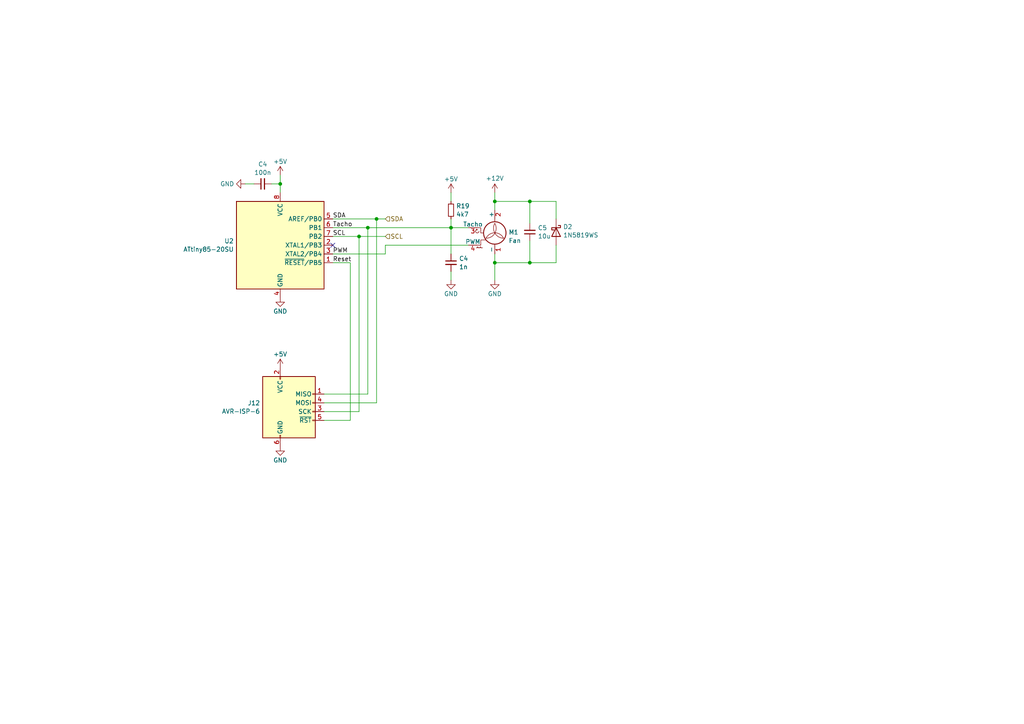
<source format=kicad_sch>
(kicad_sch (version 20230121) (generator eeschema)
  (paper "A4")
  (lib_symbols
    (symbol "Connector:AVR-ISP-6" (pin_names (offset 1.016))
      (property "Reference" "J" (at -6.35 11.43 0))
      (property "Value" "AVR-ISP-6" (at 0 11.43 0))
      (symbol "AVR-ISP-6_0_1"
        (rectangle (start -2.667 -6.858) (end -2.413 -7.62))
        (rectangle (start -2.667 10.16) (end -2.413 9.398))
        (rectangle (start 7.62 -2.413) (end 6.858 -2.667))
        (rectangle (start 7.62 0.127) (end 6.858 -0.127))
        (rectangle (start 7.62 2.667) (end 6.858 2.413))
        (rectangle (start 7.62 5.207) (end 6.858 4.953))
        (rectangle (start 7.62 10.16) (end -7.62 -7.62) (stroke (width 0.254)) (fill (type background)))
      )
      (symbol "AVR-ISP-6_1_1"
        (pin passive line (at 10.16 5.08 180) (length 2.54) (name "MISO") (number "1"))
        (pin passive line (at -2.54 12.7 270) (length 2.54) (name "VCC") (number "2"))
        (pin passive line (at 10.16 0 180) (length 2.54) (name "SCK") (number "3"))
        (pin passive line (at 10.16 2.54 180) (length 2.54) (name "MOSI") (number "4"))
        (pin passive line (at 10.16 -2.54 180) (length 2.54) (name "~{RST}") (number "5"))
        (pin passive line (at -2.54 -10.16 90) (length 2.54) (name "GND") (number "6"))
      )
    )
    (symbol "Device:C_Small" (pin_numbers hide) (pin_names (offset 0.254) hide)
      (property "Reference" "C" (at 0.254 1.778 0))
      (property "Value" "C_Small" (at 0.254 -2.032 0))
      (symbol "C_Small_0_1"
        (polyline (pts (xy -1.524 -0.508) (xy 1.524 -0.508)) (stroke (width 0.3302)))
        (polyline (pts (xy -1.524 0.508) (xy 1.524 0.508)) (stroke (width 0.3048)))
      )
      (symbol "C_Small_1_1"
        (pin passive line (at 0 2.54 270) (length 2.032) (name "~") (number "1"))
        (pin passive line (at 0 -2.54 90) (length 2.032) (name "~") (number "2"))
      )
    )
    (symbol "Device:R_Small" (pin_numbers hide) (pin_names (offset 0.254) hide)
      (property "Reference" "R" (at 0.762 0.508 0))
      (property "Value" "R_Small" (at 0.762 -1.016 0))
      (symbol "R_Small_0_1"
        (rectangle (start -0.762 1.778) (end 0.762 -1.778) (stroke (width 0.2032)))
      )
      (symbol "R_Small_1_1"
        (pin passive line (at 0 2.54 270) (length 0.762) (name "~") (number "1"))
        (pin passive line (at 0 -2.54 90) (length 0.762) (name "~") (number "2"))
      )
    )
    (symbol "Diode:1N5819WS" (pin_numbers hide) (pin_names (offset 1.016) hide)
      (property "Reference" "D" (at 0 2.54 0))
      (property "Value" "1N5819WS" (at 0 -2.54 0))
      (symbol "1N5819WS_0_1"
        (polyline (pts (xy 1.27 0) (xy -1.27 0)))
        (polyline (pts (xy 1.27 1.27) (xy 1.27 -1.27) (xy -1.27 0) (xy 1.27 1.27)) (stroke (width 0.254)))
        (polyline (pts (xy -1.905 0.635) (xy -1.905 1.27) (xy -1.27 1.27) (xy -1.27 -1.27) (xy -0.635 -1.27) (xy -0.635 -0.635)) (stroke (width 0.254)))
      )
      (symbol "1N5819WS_1_1"
        (pin passive line (at -3.81 0 0) (length 2.54) (name "K") (number "1"))
        (pin passive line (at 3.81 0 180) (length 2.54) (name "A") (number "2"))
      )
    )
    (symbol "MCU_Microchip_ATtiny:ATtiny85-20S"
      (property "Reference" "U" (at -12.7 13.97 0))
      (property "Value" "ATtiny85-20S" (at 2.54 -13.97 0))
      (symbol "ATtiny85-20S_0_1"
        (rectangle (start -12.7 -12.7) (end 12.7 12.7) (stroke (width 0.254)) (fill (type background)))
      )
      (symbol "ATtiny85-20S_1_1"
        (pin bidirectional line (at 15.24 -5.08 180) (length 2.54) (name "~{RESET}/PB5") (number "1"))
        (pin bidirectional line (at 15.24 0 180) (length 2.54) (name "XTAL1/PB3") (number "2"))
        (pin bidirectional line (at 15.24 -2.54 180) (length 2.54) (name "XTAL2/PB4") (number "3"))
        (pin power_in line (at 0 -15.24 90) (length 2.54) (name "GND") (number "4"))
        (pin bidirectional line (at 15.24 7.62 180) (length 2.54) (name "AREF/PB0") (number "5"))
        (pin bidirectional line (at 15.24 5.08 180) (length 2.54) (name "PB1") (number "6"))
        (pin bidirectional line (at 15.24 2.54 180) (length 2.54) (name "PB2") (number "7"))
        (pin power_in line (at 0 15.24 270) (length 2.54) (name "VCC") (number "8"))
      )
    )
    (symbol "Motor:Fan_4pin" (pin_names (offset 0))
      (property "Reference" "M" (at 2.54 5.08 0))
      (property "Value" "Fan_4pin" (at 2.54 -2.54 0))
      (symbol "Fan_4pin_0_0"
        (arc (start -5.588 1.524) (mid -5.08 1.0182) (end -4.572 1.524))
        (arc (start -5.08 2.032) (mid -5.4392 1.8832) (end -5.588 1.524))
        (polyline (pts (xy -5.08 2.032) (xy -5.334 2.159)))
        (polyline (pts (xy -5.08 2.032) (xy -5.207 1.778)))
        (polyline (pts (xy -4.064 2.54) (xy -4.064 1.016) (xy -3.302 1.016)))
      )
      (symbol "Fan_4pin_0_1"
        (arc (start -2.54 -0.508) (mid 0.0028 0.9121) (end 0 3.81))
        (polyline (pts (xy -4.064 2.54) (xy -5.08 2.54)))
        (polyline (pts (xy 0 -5.08) (xy 0 -4.572)))
        (polyline (pts (xy 0 -2.2352) (xy 0 -2.6416)))
        (polyline (pts (xy 0 4.2672) (xy 0 4.6228)))
        (polyline (pts (xy 0 4.572) (xy 0 5.08)))
        (polyline (pts (xy -2.54 -1.016) (xy -4.064 -1.016) (xy -4.064 -2.54) (xy -5.08 -2.54)))
        (polyline (pts (xy -5.334 -3.302) (xy -5.08 -3.302) (xy -5.08 -3.048) (xy -4.826 -3.048) (xy -4.826 -3.302) (xy -4.318 -3.302) (xy -4.318 -3.048) (xy -4.064 -3.048) (xy -4.064 -3.302) (xy -3.556 -3.302)))
        (circle (center 0 1.016) (radius 3.2512) (stroke (width 0.254)))
        (arc (start 0 3.81) (mid 0.053 0.921) (end 2.54 -0.508))
        (arc (start 2.54 -0.508) (mid 0 1.0618) (end -2.54 -0.508))
      )
      (symbol "Fan_4pin_1_1"
        (pin passive line (at 0 -5.08 90) (length 2.54) (name "-") (number "1"))
        (pin passive line (at 0 7.62 270) (length 2.54) (name "+") (number "2"))
        (pin passive line (at -7.62 2.54 0) (length 2.54) (name "Tacho") (number "3"))
        (pin input line (at -7.62 -2.54 0) (length 2.54) (name "PWM") (number "4"))
      )
    )
    (symbol "power:+12V" (power) (pin_names (offset 0))
      (property "Value" "+12V" (at 0 3.556 0))
      (symbol "+12V_0_1"
        (polyline (pts (xy -0.762 1.27) (xy 0 2.54)))
        (polyline (pts (xy 0 0) (xy 0 2.54)))
        (polyline (pts (xy 0 2.54) (xy 0.762 1.27)))
      )
      (symbol "+12V_1_1"
        (pin power_in line (at 0 0 90) (length 0) hide (name "+12V") (number "1"))
      )
    )
    (symbol "power:+5V" (power) (pin_names (offset 0))
      (property "Value" "+5V" (at 0 3.556 0))
      (symbol "+5V_0_1"
        (polyline (pts (xy -0.762 1.27) (xy 0 2.54)))
        (polyline (pts (xy 0 0) (xy 0 2.54)))
        (polyline (pts (xy 0 2.54) (xy 0.762 1.27)))
      )
      (symbol "+5V_1_1"
        (pin power_in line (at 0 0 90) (length 0) hide (name "+5V") (number "1"))
      )
    )
    (symbol "power:GND" (power) (pin_names (offset 0))
      (property "Value" "GND" (at 0 -3.81 0))
      (symbol "GND_0_1"
        (polyline (pts (xy 0 0) (xy 0 -1.27) (xy 1.27 -1.27) (xy 0 -2.54) (xy -1.27 -1.27) (xy 0 -1.27)))
      )
      (symbol "GND_1_1"
        (pin power_in line (at 0 0 270) (length 0) hide (name "GND") (number "1"))
      )
    )
  )
  (junction (at 143.51 76.2))
  (junction (at 109.22 63.5))
  (junction (at 153.67 76.2))
  (junction (at 143.51 58.42))
  (junction (at 153.67 58.42))
  (junction (at 130.81 66.04))
  (junction (at 81.28 53.34))
  (junction (at 106.68 66.04))
  (junction (at 104.14 68.58))
  (no_connect (at 96.52 71.12))
  (wire (pts (xy 96.52 66.04) (xy 106.68 66.04)))
  (wire (pts (xy 101.6 121.92) (xy 93.98 121.92)))
  (wire (pts (xy 81.28 50.8) (xy 81.28 53.34)))
  (wire (pts (xy 153.67 69.85) (xy 153.67 76.2)))
  (wire (pts (xy 153.67 58.42) (xy 153.67 64.77)))
  (wire (pts (xy 143.51 55.88) (xy 143.51 58.42)))
  (wire (pts (xy 81.28 53.34) (xy 81.28 55.88)))
  (wire (pts (xy 96.52 68.58) (xy 104.14 68.58)))
  (wire (pts (xy 161.29 58.42) (xy 153.67 58.42)))
  (wire (pts (xy 161.29 63.5) (xy 161.29 58.42)))
  (wire (pts (xy 109.22 116.84) (xy 93.98 116.84)))
  (wire (pts (xy 96.52 63.5) (xy 109.22 63.5)))
  (wire (pts (xy 143.51 76.2) (xy 143.51 81.28)))
  (wire (pts (xy 130.81 63.5) (xy 130.81 66.04)))
  (wire (pts (xy 143.51 76.2) (xy 153.67 76.2)))
  (wire (pts (xy 96.52 76.2) (xy 101.6 76.2)))
  (wire (pts (xy 111.76 71.12) (xy 111.76 73.66)))
  (wire (pts (xy 104.14 68.58) (xy 111.76 68.58)))
  (wire (pts (xy 106.68 114.3) (xy 93.98 114.3)))
  (wire (pts (xy 104.14 119.38) (xy 93.98 119.38)))
  (wire (pts (xy 109.22 63.5) (xy 111.76 63.5)))
  (wire (pts (xy 130.81 66.04) (xy 130.81 73.66)))
  (wire (pts (xy 143.51 58.42) (xy 153.67 58.42)))
  (wire (pts (xy 135.89 71.12) (xy 111.76 71.12)))
  (wire (pts (xy 130.81 55.88) (xy 130.81 58.42)))
  (wire (pts (xy 78.74 53.34) (xy 81.28 53.34)))
  (wire (pts (xy 101.6 76.2) (xy 101.6 121.92)))
  (wire (pts (xy 109.22 63.5) (xy 109.22 116.84)))
  (wire (pts (xy 111.76 73.66) (xy 96.52 73.66)))
  (wire (pts (xy 161.29 71.12) (xy 161.29 76.2)))
  (wire (pts (xy 71.12 53.34) (xy 73.66 53.34)))
  (wire (pts (xy 106.68 66.04) (xy 106.68 114.3)))
  (wire (pts (xy 143.51 58.42) (xy 143.51 60.96)))
  (wire (pts (xy 130.81 66.04) (xy 135.89 66.04)))
  (wire (pts (xy 106.68 66.04) (xy 130.81 66.04)))
  (wire (pts (xy 104.14 68.58) (xy 104.14 119.38)))
  (wire (pts (xy 143.51 76.2) (xy 143.51 73.66)))
  (wire (pts (xy 161.29 76.2) (xy 153.67 76.2)))
  (wire (pts (xy 130.81 78.74) (xy 130.81 81.28)))
  (label "Reset" (at 96.52 76.2 0))
  (label "SDA" (at 96.52 63.5 0))
  (label "PWM" (at 96.52 73.66 0))
  (label "SCL" (at 96.52 68.58 0))
  (label "Tacho" (at 96.52 66.04 0))
  (hierarchical_label "SDA" (shape input) (at 111.76 63.5 0))
  (hierarchical_label "SCL" (shape input) (at 111.76 68.58 0))
  (symbol (lib_id "Connector:AVR-ISP-6") (at 83.82 119.38 0) (unit 1)
    (property "Reference" "J12" (at 75.438 116.8979 0) (effects (justify right)))
    (property "Value" "AVR-ISP-6" (at 75.438 119.3221 0) (effects (justify right)))
    (property "Footprint" "Connector_PinHeader_2.54mm:PinHeader_2x03_P2.54mm_Vertical" (effects hide))
    (property "Datasheet" " ~" (effects hide))
  )
  (symbol (lib_id "Device:R_Small") (at 130.81 60.96 0) (unit 1)
    (property "Reference" "R19" (at 132.3086 59.7479 0) (effects (justify left)))
    (property "Value" "4k7" (at 132.3086 62.1721 0) (effects (justify left)))
    (property "Footprint" "Resistor_SMD:R_0603_1608Metric" (effects hide))
    (property "LCSC" "C23162" (effects hide))
  )
  (symbol (lib_id "MCU_Microchip_ATtiny:ATtiny85-20S") (at 81.28 71.12 0) (unit 1)
    (property "Reference" "U2" (at 67.8181 69.9079 0) (effects (justify right)))
    (property "Value" "ATtiny85-20SU" (at 67.8181 72.3321 0) (effects (justify right)))
    (property "Footprint" "Package_SO:SOIC-8W_5.3x5.3mm_P1.27mm" (effects hide))
    (property "Datasheet" "http://ww1.microchip.com/downloads/en/DeviceDoc/atmel-2586-avr-8-bit-microcontroller-attiny25-attiny45-attiny85_datasheet.pdf" (effects hide))
  )
  (symbol (lib_id "Diode:1N5819WS") (at 161.29 67.31 270) (unit 1)
    (property "Reference" "D2" (at 163.322 65.7804 90) (effects (justify left)))
    (property "Value" "1N5819WS" (at 163.322 68.2046 90) (effects (justify left)))
    (property "Footprint" "Diode_SMD:D_SOD-323" (effects hide))
    (property "Datasheet" "https://datasheet.lcsc.com/lcsc/2204281430_Guangdong-Hottech-1N5819WS_C191023.pdf" (effects hide))
    (property "LCSC" "C191023" (effects hide))
  )
  (symbol (lib_id "power:GND") (at 81.28 129.54 0) (unit 1)
    (property "Reference" "#PWR043" (effects hide))
    (property "Value" "GND" (at 81.28 133.485 0))
    (instances (project "DSL-Modem" (path "" (reference "#PWR043") (unit 1)) (path "" (reference "#PWR048") (unit 1))))
  )
  (symbol (lib_id "power:+12V") (at 143.51 55.88 0) (unit 1)
    (property "Reference" "#PWR050" (effects hide))
    (property "Value" "+12V" (at 143.51 51.7469 0))
    (instances (project "DSL-Modem" (path "" (reference "#PWR050") (unit 1)) (path "" (reference "#PWR051") (unit 1))))
  )
  (symbol (lib_id "power:GND") (at 143.51 81.28 0) (unit 1)
    (property "Reference" "#PWR042" (effects hide))
    (property "Value" "GND" (at 143.51 85.225 0))
    (instances (project "DSL-Modem" (path "" (reference "#PWR042") (unit 1)) (path "" (reference "#PWR052") (unit 1))))
  )
  (symbol (lib_id "Motor:Fan_4pin") (at 143.51 68.58 0) (unit 1)
    (property "Reference" "M1" (at 147.5232 67.3679 0) (effects (justify left)))
    (property "Value" "Fan" (at 147.5232 69.7921 0) (effects (justify left)))
    (property "Footprint" "Connector:FanPinHeader_1x04_P2.54mm_Vertical" (effects hide))
    (property "Datasheet" "http://www.formfactors.org/developer%5Cspecs%5Crev1_2_public.pdf" (effects hide))
  )
  (symbol (lib_id "Device:C_Small") (at 130.81 76.2 0) (unit 1)
    (property "Reference" "C4" (at 133.1341 74.9942 0) (effects (justify left)))
    (property "Value" "1n" (at 133.1341 77.4184 0) (effects (justify left)))
    (property "Footprint" "Capacitor_SMD:C_0603_1608Metric" (effects hide))
    (property "LCSC" "C1588" (effects hide))
  )
  (symbol (lib_id "Device:C_Small") (at 153.67 67.31 180) (unit 1)
    (property "Reference" "C5" (at 155.9941 66.0915 0) (effects (justify right)))
    (property "Value" "10u" (at 155.9941 68.5157 0) (effects (justify right)))
    (property "Footprint" "Capacitor_SMD:C_0603_1608Metric" (effects hide))
    (property "LCSC" "C96446" (effects hide))
  )
  (symbol (lib_id "power:GND") (at 130.81 81.28 0) (unit 1)
    (property "Reference" "#PWR042" (effects hide))
    (property "Value" "GND" (at 130.81 85.225 0))
    (instances (project "DSL-Modem" (path "" (reference "#PWR042") (unit 1)) (path "" (reference "#PWR050") (unit 1))))
  )
  (symbol (lib_id "Device:C_Small") (at 76.2 53.34 90) (unit 1)
    (property "Reference" "C4" (at 76.2063 47.6336 90))
    (property "Value" "100n" (at 76.2063 50.0578 90))
    (property "Footprint" "Capacitor_SMD:C_0603_1608Metric" (effects hide))
    (property "LCSC" "C14663" (effects hide))
    (instances (project "DSL-Modem" (path "" (reference "C4") (unit 1)) (path "" (reference "C3") (unit 1))))
  )
  (symbol (lib_id "power:GND") (at 81.28 86.36 0) (unit 1)
    (property "Reference" "#PWR043" (effects hide))
    (property "Value" "GND" (at 81.28 90.305 0))
    (instances (project "DSL-Modem" (path "" (reference "#PWR043") (unit 1)) (path "" (reference "#PWR046") (unit 1))))
  )
  (symbol (lib_id "power:+5V") (at 81.28 50.8 0) (unit 1)
    (property "Reference" "#PWR044" (effects hide))
    (property "Value" "+5V" (at 81.28 46.855 0))
    (instances (project "DSL-Modem" (path "" (reference "#PWR044") (unit 1)) (path "" (reference "#PWR045") (unit 1))))
  )
  (symbol (lib_id "power:GND") (at 71.12 53.34 270) (unit 1)
    (property "Reference" "#PWR045" (effects hide))
    (property "Value" "GND" (at 67.9451 53.34 90) (effects (justify right)))
    (instances (project "DSL-Modem" (path "" (reference "#PWR045") (unit 1)) (path "" (reference "#PWR044") (unit 1))))
  )
  (symbol (lib_id "power:+5V") (at 130.81 55.88 0) (unit 1)
    (property "Reference" "#PWR044" (effects hide))
    (property "Value" "+5V" (at 130.81 51.935 0))
    (instances (project "DSL-Modem" (path "" (reference "#PWR044") (unit 1)) (path "" (reference "#PWR049") (unit 1))))
  )
  (symbol (lib_id "power:+5V") (at 81.28 106.68 0) (unit 1)
    (property "Reference" "#PWR044" (effects hide))
    (property "Value" "+5V" (at 81.28 102.735 0))
    (instances (project "DSL-Modem" (path "" (reference "#PWR044") (unit 1)) (path "" (reference "#PWR047") (unit 1))))
  )
)
</source>
